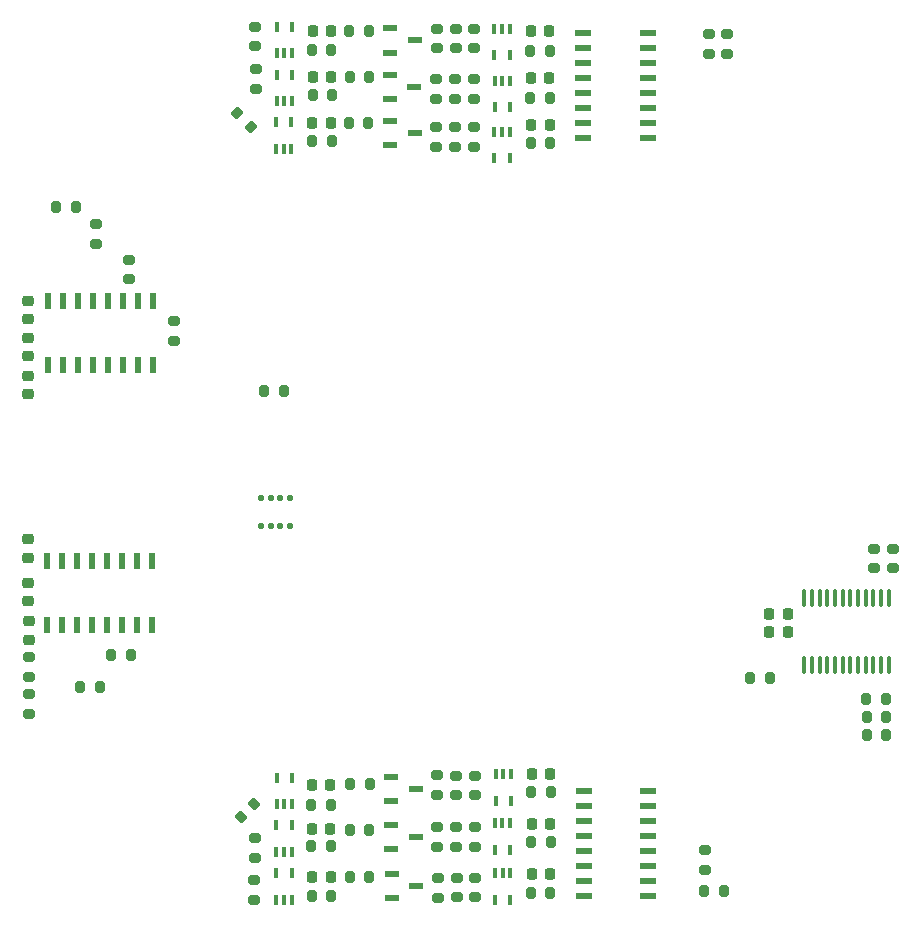
<source format=gtp>
%TF.GenerationSoftware,KiCad,Pcbnew,7.0.11*%
%TF.CreationDate,2024-03-27T11:39:53-04:00*%
%TF.ProjectId,Sensor-Board,53656e73-6f72-42d4-926f-6172642e6b69,rev?*%
%TF.SameCoordinates,Original*%
%TF.FileFunction,Paste,Top*%
%TF.FilePolarity,Positive*%
%FSLAX46Y46*%
G04 Gerber Fmt 4.6, Leading zero omitted, Abs format (unit mm)*
G04 Created by KiCad (PCBNEW 7.0.11) date 2024-03-27 11:39:53*
%MOMM*%
%LPD*%
G01*
G04 APERTURE LIST*
G04 Aperture macros list*
%AMRoundRect*
0 Rectangle with rounded corners*
0 $1 Rounding radius*
0 $2 $3 $4 $5 $6 $7 $8 $9 X,Y pos of 4 corners*
0 Add a 4 corners polygon primitive as box body*
4,1,4,$2,$3,$4,$5,$6,$7,$8,$9,$2,$3,0*
0 Add four circle primitives for the rounded corners*
1,1,$1+$1,$2,$3*
1,1,$1+$1,$4,$5*
1,1,$1+$1,$6,$7*
1,1,$1+$1,$8,$9*
0 Add four rect primitives between the rounded corners*
20,1,$1+$1,$2,$3,$4,$5,0*
20,1,$1+$1,$4,$5,$6,$7,0*
20,1,$1+$1,$6,$7,$8,$9,0*
20,1,$1+$1,$8,$9,$2,$3,0*%
G04 Aperture macros list end*
%ADD10RoundRect,0.200000X0.275000X-0.200000X0.275000X0.200000X-0.275000X0.200000X-0.275000X-0.200000X0*%
%ADD11RoundRect,0.225000X0.250000X-0.225000X0.250000X0.225000X-0.250000X0.225000X-0.250000X-0.225000X0*%
%ADD12RoundRect,0.225000X0.225000X0.250000X-0.225000X0.250000X-0.225000X-0.250000X0.225000X-0.250000X0*%
%ADD13RoundRect,0.200000X-0.200000X-0.275000X0.200000X-0.275000X0.200000X0.275000X-0.200000X0.275000X0*%
%ADD14RoundRect,0.200000X-0.275000X0.200000X-0.275000X-0.200000X0.275000X-0.200000X0.275000X0.200000X0*%
%ADD15R,0.558800X1.460500*%
%ADD16R,0.304800X0.850900*%
%ADD17RoundRect,0.200000X0.053033X-0.335876X0.335876X-0.053033X-0.053033X0.335876X-0.335876X0.053033X0*%
%ADD18RoundRect,0.200000X0.200000X0.275000X-0.200000X0.275000X-0.200000X-0.275000X0.200000X-0.275000X0*%
%ADD19R,1.270000X0.558800*%
%ADD20R,1.460500X0.558800*%
%ADD21RoundRect,0.225000X-0.250000X0.225000X-0.250000X-0.225000X0.250000X-0.225000X0.250000X0.225000X0*%
%ADD22RoundRect,0.200000X0.335876X0.053033X0.053033X0.335876X-0.335876X-0.053033X-0.053033X-0.335876X0*%
%ADD23RoundRect,0.100000X0.100000X-0.637500X0.100000X0.637500X-0.100000X0.637500X-0.100000X-0.637500X0*%
%ADD24RoundRect,0.125000X-0.125000X-0.137500X0.125000X-0.137500X0.125000X0.137500X-0.125000X0.137500X0*%
G04 APERTURE END LIST*
D10*
%TO.C,R24*%
X158275000Y-130025000D03*
X158275000Y-128375000D03*
%TD*%
D11*
%TO.C,C15*%
X100950000Y-83400000D03*
X100950000Y-81850000D03*
%TD*%
D12*
%TO.C,C21*%
X145150000Y-130400000D03*
X143600000Y-130400000D03*
%TD*%
D13*
%TO.C,R68*%
X143530000Y-131990000D03*
X145180000Y-131990000D03*
%TD*%
D14*
%TO.C,R10*%
X137160000Y-58825000D03*
X137160000Y-60475000D03*
%TD*%
D12*
%TO.C,C2*%
X126583600Y-130671300D03*
X125033600Y-130671300D03*
%TD*%
D13*
%TO.C,R44*%
X125020000Y-68360000D03*
X126670000Y-68360000D03*
%TD*%
D10*
%TO.C,R41*%
X135600000Y-123670000D03*
X135600000Y-122020000D03*
%TD*%
%TO.C,R52*%
X137190000Y-128080000D03*
X137190000Y-126430000D03*
%TD*%
D14*
%TO.C,R16*%
X101050000Y-112025000D03*
X101050000Y-113675000D03*
%TD*%
D15*
%TO.C,U5*%
X102650000Y-87298300D03*
X103920000Y-87298300D03*
X105190000Y-87298300D03*
X106460000Y-87298300D03*
X107730000Y-87298300D03*
X109000000Y-87298300D03*
X110270000Y-87298300D03*
X111540000Y-87298300D03*
X111540000Y-81850000D03*
X110270000Y-81850000D03*
X109000000Y-81850000D03*
X107730000Y-81850000D03*
X106460000Y-81850000D03*
X105190000Y-81850000D03*
X103920000Y-81850000D03*
X102650000Y-81850000D03*
%TD*%
D16*
%TO.C,U9*%
X122000000Y-60887900D03*
X122649986Y-60887900D03*
X123299972Y-60887900D03*
X123299985Y-58640000D03*
X121999987Y-58640000D03*
%TD*%
D10*
%TO.C,R35*%
X138710000Y-64740000D03*
X138710000Y-63090000D03*
%TD*%
D16*
%TO.C,U11*%
X122000013Y-64940000D03*
X122649999Y-64940000D03*
X123299985Y-64940000D03*
X123299998Y-62692100D03*
X122000000Y-62692100D03*
%TD*%
D13*
%TO.C,R32*%
X171975000Y-117050000D03*
X173625000Y-117050000D03*
%TD*%
D17*
%TO.C,R55*%
X118966637Y-125583363D03*
X120133363Y-124416637D03*
%TD*%
D18*
%TO.C,R5*%
X126650000Y-132240000D03*
X125000000Y-132240000D03*
%TD*%
D19*
%TO.C,U15*%
X131600000Y-58770000D03*
X131600000Y-60827400D03*
X133682800Y-59798700D03*
%TD*%
D10*
%TO.C,R4*%
X120083600Y-132571300D03*
X120083600Y-130921300D03*
%TD*%
D18*
%TO.C,R45*%
X129825000Y-59000000D03*
X128175000Y-59000000D03*
%TD*%
D13*
%TO.C,R31*%
X171975000Y-118575000D03*
X173625000Y-118575000D03*
%TD*%
D20*
%TO.C,U18*%
X147981700Y-59140000D03*
X147981700Y-60410000D03*
X147981700Y-61680000D03*
X147981700Y-62950000D03*
X147981700Y-64220000D03*
X147981700Y-65490000D03*
X147981700Y-66760000D03*
X147981700Y-68030000D03*
X153430000Y-68030000D03*
X153430000Y-66760000D03*
X153430000Y-65490000D03*
X153430000Y-64220000D03*
X153430000Y-62950000D03*
X153430000Y-61680000D03*
X153430000Y-60410000D03*
X153430000Y-59140000D03*
%TD*%
D13*
%TO.C,R22*%
X105400000Y-114525000D03*
X107050000Y-114525000D03*
%TD*%
D11*
%TO.C,C4*%
X101050000Y-110550000D03*
X101050000Y-109000000D03*
%TD*%
D13*
%TO.C,R25*%
X171950000Y-115550000D03*
X173600000Y-115550000D03*
%TD*%
D18*
%TO.C,R6*%
X129858600Y-130671300D03*
X128208600Y-130671300D03*
%TD*%
D21*
%TO.C,C8*%
X100950000Y-102050000D03*
X100950000Y-103600000D03*
%TD*%
D10*
%TO.C,R42*%
X135600000Y-128090000D03*
X135600000Y-126440000D03*
%TD*%
D18*
%TO.C,R47*%
X129860000Y-62870000D03*
X128210000Y-62870000D03*
%TD*%
D16*
%TO.C,U24*%
X141749972Y-58802100D03*
X141099986Y-58802100D03*
X140450000Y-58802100D03*
X140449987Y-61050000D03*
X141749985Y-61050000D03*
%TD*%
D10*
%TO.C,R19*%
X109530000Y-80030000D03*
X109530000Y-78380000D03*
%TD*%
D12*
%TO.C,C10*%
X145075000Y-63000000D03*
X143525000Y-63000000D03*
%TD*%
D18*
%TO.C,R57*%
X129908600Y-122771300D03*
X128258600Y-122771300D03*
%TD*%
D12*
%TO.C,C20*%
X126533600Y-122821300D03*
X124983600Y-122821300D03*
%TD*%
D16*
%TO.C,U21*%
X141779985Y-126100000D03*
X141129999Y-126100000D03*
X140480013Y-126100000D03*
X140480000Y-128347900D03*
X141779998Y-128347900D03*
%TD*%
D18*
%TO.C,R40*%
X126650000Y-60600000D03*
X125000000Y-60600000D03*
%TD*%
%TO.C,R58*%
X163750000Y-113775000D03*
X162100000Y-113775000D03*
%TD*%
D16*
%TO.C,U22*%
X141799972Y-130302100D03*
X141149986Y-130302100D03*
X140500000Y-130302100D03*
X140499987Y-132550000D03*
X141799985Y-132550000D03*
%TD*%
D14*
%TO.C,R30*%
X158575000Y-59300000D03*
X158575000Y-60950000D03*
%TD*%
D21*
%TO.C,C5*%
X100980000Y-85010000D03*
X100980000Y-86560000D03*
%TD*%
D12*
%TO.C,C17*%
X165275000Y-108325000D03*
X163725000Y-108325000D03*
%TD*%
D14*
%TO.C,R50*%
X135540000Y-63090000D03*
X135540000Y-64740000D03*
%TD*%
D16*
%TO.C,U2*%
X121980015Y-128497900D03*
X122630001Y-128497900D03*
X123279987Y-128497900D03*
X123280000Y-126250000D03*
X121980002Y-126250000D03*
%TD*%
D20*
%TO.C,U4*%
X148000000Y-123310000D03*
X148000000Y-124580000D03*
X148000000Y-125850000D03*
X148000000Y-127120000D03*
X148000000Y-128390000D03*
X148000000Y-129660000D03*
X148000000Y-130930000D03*
X148000000Y-132200000D03*
X153448300Y-132200000D03*
X153448300Y-130930000D03*
X153448300Y-129660000D03*
X153448300Y-128390000D03*
X153448300Y-127120000D03*
X153448300Y-125850000D03*
X153448300Y-124580000D03*
X153448300Y-123310000D03*
%TD*%
D18*
%TO.C,R43*%
X126710000Y-64460000D03*
X125060000Y-64460000D03*
%TD*%
D10*
%TO.C,R37*%
X120190000Y-60290000D03*
X120190000Y-58640000D03*
%TD*%
%TO.C,R54*%
X138780000Y-128090000D03*
X138780000Y-126440000D03*
%TD*%
D16*
%TO.C,U12*%
X121960014Y-68970000D03*
X122610000Y-68970000D03*
X123259986Y-68970000D03*
X123259999Y-66722100D03*
X121960001Y-66722100D03*
%TD*%
D22*
%TO.C,R39*%
X119825000Y-67125000D03*
X118658274Y-65958274D03*
%TD*%
D16*
%TO.C,U8*%
X141749985Y-67552100D03*
X141099999Y-67552100D03*
X140450013Y-67552100D03*
X140450000Y-69800000D03*
X141749998Y-69800000D03*
%TD*%
D12*
%TO.C,C11*%
X145125000Y-66925000D03*
X143575000Y-66925000D03*
%TD*%
D14*
%TO.C,R12*%
X137110000Y-67155000D03*
X137110000Y-68805000D03*
%TD*%
%TO.C,R11*%
X137100000Y-63090000D03*
X137100000Y-64740000D03*
%TD*%
D10*
%TO.C,R38*%
X120250000Y-63910000D03*
X120250000Y-62260000D03*
%TD*%
D14*
%TO.C,R21*%
X101075000Y-115150000D03*
X101075000Y-116800000D03*
%TD*%
D19*
%TO.C,U17*%
X131600000Y-66602600D03*
X131600000Y-68660000D03*
X133682800Y-67631300D03*
%TD*%
D13*
%TO.C,R7*%
X143555000Y-123410000D03*
X145205000Y-123410000D03*
%TD*%
D10*
%TO.C,R46*%
X135660000Y-132370000D03*
X135660000Y-130720000D03*
%TD*%
D14*
%TO.C,R29*%
X160110000Y-59300000D03*
X160110000Y-60950000D03*
%TD*%
D12*
%TO.C,C14*%
X126590000Y-66780000D03*
X125040000Y-66780000D03*
%TD*%
%TO.C,C1*%
X126535000Y-126530000D03*
X124985000Y-126530000D03*
%TD*%
%TO.C,C7*%
X145100000Y-59000000D03*
X143550000Y-59000000D03*
%TD*%
%TO.C,C16*%
X165275000Y-109900000D03*
X163725000Y-109900000D03*
%TD*%
%TO.C,C3*%
X145155000Y-121890000D03*
X143605000Y-121890000D03*
%TD*%
D19*
%TO.C,U16*%
X131590000Y-62702600D03*
X131590000Y-64760000D03*
X133672800Y-63731300D03*
%TD*%
D13*
%TO.C,R15*%
X143525000Y-68525000D03*
X145175000Y-68525000D03*
%TD*%
D19*
%TO.C,U26*%
X131700000Y-122150000D03*
X131700000Y-124207400D03*
X133782800Y-123178700D03*
%TD*%
D15*
%TO.C,U25*%
X111490000Y-103851700D03*
X110220000Y-103851700D03*
X108950000Y-103851700D03*
X107680000Y-103851700D03*
X106410000Y-103851700D03*
X105140000Y-103851700D03*
X103870000Y-103851700D03*
X102600000Y-103851700D03*
X102600000Y-109300000D03*
X103870000Y-109300000D03*
X105140000Y-109300000D03*
X106410000Y-109300000D03*
X107680000Y-109300000D03*
X108950000Y-109300000D03*
X110220000Y-109300000D03*
X111490000Y-109300000D03*
%TD*%
D18*
%TO.C,R56*%
X126608600Y-124571300D03*
X124958600Y-124571300D03*
%TD*%
D10*
%TO.C,R69*%
X138820000Y-132365000D03*
X138820000Y-130715000D03*
%TD*%
D11*
%TO.C,C9*%
X101000000Y-107275000D03*
X101000000Y-105725000D03*
%TD*%
D10*
%TO.C,R18*%
X138720000Y-60485000D03*
X138720000Y-58835000D03*
%TD*%
D19*
%TO.C,U19*%
X131700000Y-126230000D03*
X131700000Y-128287400D03*
X133782800Y-127258700D03*
%TD*%
D10*
%TO.C,R51*%
X135525000Y-68790000D03*
X135525000Y-67140000D03*
%TD*%
%TO.C,R9*%
X138820000Y-123690000D03*
X138820000Y-122040000D03*
%TD*%
D16*
%TO.C,U1*%
X122010014Y-124490000D03*
X122660000Y-124490000D03*
X123309986Y-124490000D03*
X123309999Y-122242100D03*
X122010001Y-122242100D03*
%TD*%
D18*
%TO.C,R2*%
X126585000Y-128050000D03*
X124935000Y-128050000D03*
%TD*%
D14*
%TO.C,R27*%
X113325000Y-83600000D03*
X113325000Y-85250000D03*
%TD*%
D12*
%TO.C,C19*%
X145175000Y-126160000D03*
X143625000Y-126160000D03*
%TD*%
D18*
%TO.C,R20*%
X105000000Y-73875000D03*
X103350000Y-73875000D03*
%TD*%
%TO.C,R17*%
X109675000Y-111850000D03*
X108025000Y-111850000D03*
%TD*%
D10*
%TO.C,R34*%
X172550000Y-104475000D03*
X172550000Y-102825000D03*
%TD*%
D16*
%TO.C,U7*%
X141779987Y-63202100D03*
X141130001Y-63202100D03*
X140480015Y-63202100D03*
X140480002Y-65450000D03*
X141780000Y-65450000D03*
%TD*%
D12*
%TO.C,C12*%
X126625000Y-59000000D03*
X125075000Y-59000000D03*
%TD*%
D18*
%TO.C,R3*%
X129833600Y-126671300D03*
X128183600Y-126671300D03*
%TD*%
D10*
%TO.C,R36*%
X138690000Y-68820000D03*
X138690000Y-67170000D03*
%TD*%
%TO.C,R28*%
X106750000Y-77025000D03*
X106750000Y-75375000D03*
%TD*%
D11*
%TO.C,C6*%
X100920000Y-89750000D03*
X100920000Y-88200000D03*
%TD*%
D16*
%TO.C,U3*%
X121983615Y-132571300D03*
X122633601Y-132571300D03*
X123283587Y-132571300D03*
X123283600Y-130323400D03*
X121983602Y-130323400D03*
%TD*%
%TO.C,U14*%
X141849985Y-121940000D03*
X141199999Y-121940000D03*
X140550013Y-121940000D03*
X140550000Y-124187900D03*
X141849998Y-124187900D03*
%TD*%
D13*
%TO.C,R14*%
X143465000Y-64680000D03*
X145115000Y-64680000D03*
%TD*%
%TO.C,R23*%
X158200000Y-131850000D03*
X159850000Y-131850000D03*
%TD*%
D19*
%TO.C,U20*%
X131742200Y-130371300D03*
X131742200Y-132428700D03*
X133825000Y-131400000D03*
%TD*%
D13*
%TO.C,R26*%
X120955000Y-89520000D03*
X122605000Y-89520000D03*
%TD*%
%TO.C,R53*%
X143580000Y-127690000D03*
X145230000Y-127690000D03*
%TD*%
D10*
%TO.C,R67*%
X137260000Y-132355000D03*
X137260000Y-130705000D03*
%TD*%
%TO.C,R33*%
X174225000Y-104475000D03*
X174225000Y-102825000D03*
%TD*%
D14*
%TO.C,R49*%
X135565000Y-58825000D03*
X135565000Y-60475000D03*
%TD*%
D23*
%TO.C,U32*%
X166675000Y-112700000D03*
X167325000Y-112700000D03*
X167975000Y-112700000D03*
X168625000Y-112700000D03*
X169275000Y-112700000D03*
X169925000Y-112700000D03*
X170575000Y-112700000D03*
X171225000Y-112700000D03*
X171875000Y-112700000D03*
X172525000Y-112700000D03*
X173175000Y-112700000D03*
X173825000Y-112700000D03*
X173825000Y-106975000D03*
X173175000Y-106975000D03*
X172525000Y-106975000D03*
X171875000Y-106975000D03*
X171225000Y-106975000D03*
X170575000Y-106975000D03*
X169925000Y-106975000D03*
X169275000Y-106975000D03*
X168625000Y-106975000D03*
X167975000Y-106975000D03*
X167325000Y-106975000D03*
X166675000Y-106975000D03*
%TD*%
D12*
%TO.C,C13*%
X126645000Y-62860000D03*
X125095000Y-62860000D03*
%TD*%
D10*
%TO.C,R1*%
X120150000Y-128995000D03*
X120150000Y-127345000D03*
%TD*%
D14*
%TO.C,R8*%
X137210000Y-122050000D03*
X137210000Y-123700000D03*
%TD*%
D24*
%TO.C,U6*%
X120720000Y-98535000D03*
X121520000Y-98535000D03*
X122320000Y-98535000D03*
X123120000Y-98535000D03*
X123120000Y-100910000D03*
X122320000Y-100910000D03*
X121520000Y-100910000D03*
X120720000Y-100910000D03*
%TD*%
D18*
%TO.C,R48*%
X129750000Y-66790000D03*
X128100000Y-66790000D03*
%TD*%
D13*
%TO.C,R13*%
X143465000Y-60680000D03*
X145115000Y-60680000D03*
%TD*%
M02*

</source>
